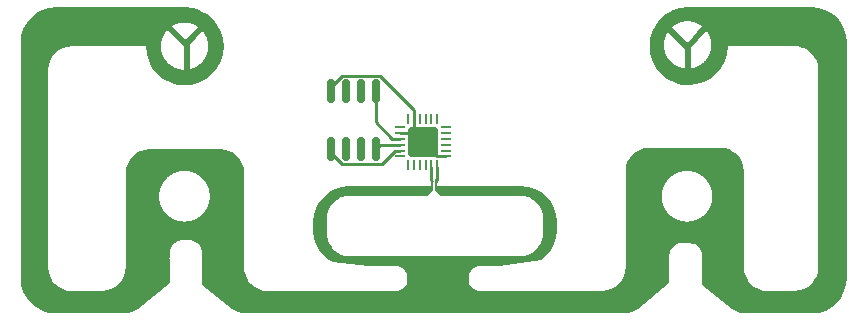
<source format=gbr>
G04 #@! TF.GenerationSoftware,KiCad,Pcbnew,6.0.9-8da3e8f707~117~ubuntu20.04.1*
G04 #@! TF.CreationDate,2022-12-15T16:29:10+01:00*
G04 #@! TF.ProjectId,picsyle-R_magnetic_915,70696373-796c-4652-9d52-5f6d61676e65,rev?*
G04 #@! TF.SameCoordinates,Original*
G04 #@! TF.FileFunction,Copper,L1,Top*
G04 #@! TF.FilePolarity,Positive*
%FSLAX46Y46*%
G04 Gerber Fmt 4.6, Leading zero omitted, Abs format (unit mm)*
G04 Created by KiCad (PCBNEW 6.0.9-8da3e8f707~117~ubuntu20.04.1) date 2022-12-15 16:29:10*
%MOMM*%
%LPD*%
G01*
G04 APERTURE LIST*
G04 Aperture macros list*
%AMRoundRect*
0 Rectangle with rounded corners*
0 $1 Rounding radius*
0 $2 $3 $4 $5 $6 $7 $8 $9 X,Y pos of 4 corners*
0 Add a 4 corners polygon primitive as box body*
4,1,4,$2,$3,$4,$5,$6,$7,$8,$9,$2,$3,0*
0 Add four circle primitives for the rounded corners*
1,1,$1+$1,$2,$3*
1,1,$1+$1,$4,$5*
1,1,$1+$1,$6,$7*
1,1,$1+$1,$8,$9*
0 Add four rect primitives between the rounded corners*
20,1,$1+$1,$2,$3,$4,$5,0*
20,1,$1+$1,$4,$5,$6,$7,0*
20,1,$1+$1,$6,$7,$8,$9,0*
20,1,$1+$1,$8,$9,$2,$3,0*%
G04 Aperture macros list end*
G04 #@! TA.AperFunction,SMDPad,CuDef*
%ADD10R,0.175000X0.500000*%
G04 #@! TD*
G04 #@! TA.AperFunction,SMDPad,CuDef*
%ADD11RoundRect,0.150000X-0.150000X0.825000X-0.150000X-0.825000X0.150000X-0.825000X0.150000X0.825000X0*%
G04 #@! TD*
G04 #@! TA.AperFunction,SMDPad,CuDef*
%ADD12RoundRect,0.062500X0.062500X-0.350000X0.062500X0.350000X-0.062500X0.350000X-0.062500X-0.350000X0*%
G04 #@! TD*
G04 #@! TA.AperFunction,SMDPad,CuDef*
%ADD13R,0.250000X0.825000*%
G04 #@! TD*
G04 #@! TA.AperFunction,SMDPad,CuDef*
%ADD14RoundRect,0.062500X0.350000X-0.062500X0.350000X0.062500X-0.350000X0.062500X-0.350000X-0.062500X0*%
G04 #@! TD*
G04 #@! TA.AperFunction,SMDPad,CuDef*
%ADD15RoundRect,0.240000X1.010000X-1.010000X1.010000X1.010000X-1.010000X1.010000X-1.010000X-1.010000X0*%
G04 #@! TD*
G04 #@! TA.AperFunction,Conductor*
%ADD16C,0.250000*%
G04 #@! TD*
G04 APERTURE END LIST*
G36*
X54835000Y-56201000D02*
G01*
X54834000Y-56199000D01*
X54830000Y-56195000D01*
X54828000Y-56194000D01*
X54826000Y-56194000D01*
X54824000Y-56193000D01*
X48564000Y-56193000D01*
X48176000Y-56234000D01*
X48175000Y-56234000D01*
X48174000Y-56235000D01*
X47801000Y-56350000D01*
X47800000Y-56351000D01*
X47798000Y-56351000D01*
X47455000Y-56537000D01*
X47454000Y-56538000D01*
X47453000Y-56538000D01*
X47152000Y-56787000D01*
X47150000Y-56789000D01*
X46904000Y-57091000D01*
X46902000Y-57093000D01*
X46902000Y-57094000D01*
X46719000Y-57438000D01*
X46718000Y-57439000D01*
X46718000Y-57441000D01*
X46605000Y-57814000D01*
X46605000Y-57817000D01*
X46567000Y-58205000D01*
X46566000Y-58206000D01*
X46566000Y-74918000D01*
X46567000Y-74932000D01*
X46567000Y-74933000D01*
X46607000Y-75321000D01*
X46608000Y-75322000D01*
X46608000Y-75324000D01*
X46723000Y-75696000D01*
X46724000Y-75698000D01*
X46724000Y-75699000D01*
X46910000Y-76042000D01*
X46911000Y-76043000D01*
X46911000Y-76044000D01*
X47160000Y-76345000D01*
X47162000Y-76347000D01*
X47465000Y-76594000D01*
X47466000Y-76594000D01*
X47467000Y-76595000D01*
X47811000Y-76778000D01*
X47812000Y-76779000D01*
X47814000Y-76779000D01*
X48187000Y-76892000D01*
X48189000Y-76892000D01*
X48190000Y-76893000D01*
X48578000Y-76931000D01*
X51152000Y-76931000D01*
X51540000Y-76890000D01*
X51541000Y-76890000D01*
X51542000Y-76889000D01*
X51915000Y-76774000D01*
X51916000Y-76773000D01*
X51918000Y-76773000D01*
X52261000Y-76587000D01*
X52262000Y-76587000D01*
X52263000Y-76586000D01*
X52564000Y-76337000D01*
X52566000Y-76335000D01*
X52812000Y-76033000D01*
X52814000Y-76031000D01*
X52814000Y-76030000D01*
X52997000Y-75686000D01*
X52998000Y-75685000D01*
X52998000Y-75683000D01*
X53111000Y-75310000D01*
X53111000Y-75307000D01*
X53150000Y-74919000D01*
X53150000Y-68910000D01*
X55969000Y-68910000D01*
X55969300Y-68947400D01*
X55970300Y-68984800D01*
X55971900Y-69022200D01*
X55974200Y-69059500D01*
X55977200Y-69096800D01*
X55980700Y-69134000D01*
X55985000Y-69171200D01*
X55989900Y-69208200D01*
X55995400Y-69245200D01*
X56001600Y-69282100D01*
X56008400Y-69318900D01*
X56015800Y-69355600D01*
X56023900Y-69392100D01*
X56032700Y-69428400D01*
X56042000Y-69464600D01*
X56052000Y-69500700D01*
X56062600Y-69536600D01*
X56073900Y-69572200D01*
X56085800Y-69607700D01*
X56098200Y-69642900D01*
X56111300Y-69678000D01*
X56125000Y-69712800D01*
X56139400Y-69747300D01*
X56154300Y-69781600D01*
X56169800Y-69815700D01*
X56185900Y-69849400D01*
X56202600Y-69882900D01*
X56219800Y-69916100D01*
X56237700Y-69948900D01*
X56256100Y-69981500D01*
X56275100Y-70013700D01*
X56294600Y-70045600D01*
X56314700Y-70077200D01*
X56335400Y-70108400D01*
X56356600Y-70139200D01*
X56378300Y-70169600D01*
X56400500Y-70199700D01*
X56423300Y-70229400D01*
X56446600Y-70258600D01*
X56470400Y-70287500D01*
X56494700Y-70315900D01*
X56519400Y-70343900D01*
X56544700Y-70371500D01*
X56570500Y-70398700D01*
X56596700Y-70425300D01*
X56623300Y-70451500D01*
X56650500Y-70477300D01*
X56678100Y-70502600D01*
X56706100Y-70527300D01*
X56734500Y-70551600D01*
X56763400Y-70575400D01*
X56792600Y-70598700D01*
X56822300Y-70621500D01*
X56852400Y-70643700D01*
X56882800Y-70665400D01*
X56913600Y-70686600D01*
X56944800Y-70707300D01*
X56976400Y-70727400D01*
X57008300Y-70746900D01*
X57040500Y-70765900D01*
X57073100Y-70784300D01*
X57105900Y-70802200D01*
X57139100Y-70819400D01*
X57172600Y-70836100D01*
X57206300Y-70852200D01*
X57240400Y-70867700D01*
X57274700Y-70882600D01*
X57309200Y-70897000D01*
X57344000Y-70910700D01*
X57379100Y-70923800D01*
X57414300Y-70936200D01*
X57449800Y-70948100D01*
X57485400Y-70959400D01*
X57521300Y-70970000D01*
X57557400Y-70980000D01*
X57593600Y-70989300D01*
X57629900Y-70998100D01*
X57666400Y-71006200D01*
X57703100Y-71013600D01*
X57739900Y-71020400D01*
X57776800Y-71026600D01*
X57813800Y-71032100D01*
X57850800Y-71037000D01*
X57888000Y-71041300D01*
X57925200Y-71044800D01*
X57962500Y-71047800D01*
X57999800Y-71050100D01*
X58037200Y-71051700D01*
X58074600Y-71052700D01*
X58112000Y-71053000D01*
X58149400Y-71052700D01*
X58186800Y-71051700D01*
X58224200Y-71050100D01*
X58261500Y-71047800D01*
X58298800Y-71044800D01*
X58336000Y-71041300D01*
X58373200Y-71037000D01*
X58410200Y-71032100D01*
X58447200Y-71026600D01*
X58484100Y-71020400D01*
X58520900Y-71013600D01*
X58557600Y-71006200D01*
X58594100Y-70998100D01*
X58630400Y-70989300D01*
X58666600Y-70980000D01*
X58702700Y-70970000D01*
X58738600Y-70959400D01*
X58774200Y-70948100D01*
X58809700Y-70936200D01*
X58844900Y-70923800D01*
X58880000Y-70910700D01*
X58914800Y-70897000D01*
X58949300Y-70882600D01*
X58983600Y-70867700D01*
X59017700Y-70852200D01*
X59051400Y-70836100D01*
X59084900Y-70819400D01*
X59118100Y-70802200D01*
X59150900Y-70784300D01*
X59183500Y-70765900D01*
X59215700Y-70746900D01*
X59247600Y-70727400D01*
X59279200Y-70707300D01*
X59310400Y-70686600D01*
X59341200Y-70665400D01*
X59371600Y-70643700D01*
X59401700Y-70621500D01*
X59431400Y-70598700D01*
X59460600Y-70575400D01*
X59489500Y-70551600D01*
X59517900Y-70527300D01*
X59545900Y-70502600D01*
X59573500Y-70477300D01*
X59600700Y-70451500D01*
X59627300Y-70425300D01*
X59653500Y-70398700D01*
X59679300Y-70371500D01*
X59704600Y-70343900D01*
X59729300Y-70315900D01*
X59753600Y-70287500D01*
X59777400Y-70258600D01*
X59800700Y-70229400D01*
X59823500Y-70199700D01*
X59845700Y-70169600D01*
X59867400Y-70139200D01*
X59888600Y-70108400D01*
X59909300Y-70077200D01*
X59929400Y-70045600D01*
X59948900Y-70013700D01*
X59967900Y-69981500D01*
X59986300Y-69948900D01*
X60004200Y-69916100D01*
X60021400Y-69882900D01*
X60038100Y-69849400D01*
X60054200Y-69815700D01*
X60069700Y-69781600D01*
X60084600Y-69747300D01*
X60099000Y-69712800D01*
X60112700Y-69678000D01*
X60125800Y-69642900D01*
X60138200Y-69607700D01*
X60150100Y-69572200D01*
X60161400Y-69536600D01*
X60172000Y-69500700D01*
X60182000Y-69464600D01*
X60191300Y-69428400D01*
X60200100Y-69392100D01*
X60208200Y-69355600D01*
X60215600Y-69318900D01*
X60222400Y-69282100D01*
X60228600Y-69245200D01*
X60234100Y-69208200D01*
X60239000Y-69171200D01*
X60243300Y-69134000D01*
X60246800Y-69096800D01*
X60249800Y-69059500D01*
X60252100Y-69022200D01*
X60253700Y-68984800D01*
X60254700Y-68947400D01*
X60255000Y-68910000D01*
X60254700Y-68872600D01*
X60253700Y-68835200D01*
X60252100Y-68797800D01*
X60249800Y-68760500D01*
X60246800Y-68723200D01*
X60243300Y-68686000D01*
X60239000Y-68648800D01*
X60234100Y-68611800D01*
X60228600Y-68574800D01*
X60222400Y-68537900D01*
X60215600Y-68501100D01*
X60208200Y-68464400D01*
X60200100Y-68427900D01*
X60191300Y-68391600D01*
X60182000Y-68355400D01*
X60172000Y-68319300D01*
X60161400Y-68283400D01*
X60150100Y-68247800D01*
X60138200Y-68212300D01*
X60125800Y-68177100D01*
X60112700Y-68142000D01*
X60099000Y-68107200D01*
X60084600Y-68072700D01*
X60069700Y-68038400D01*
X60054200Y-68004300D01*
X60038100Y-67970600D01*
X60021400Y-67937100D01*
X60004200Y-67903900D01*
X59986300Y-67871100D01*
X59967900Y-67838500D01*
X59948900Y-67806300D01*
X59929400Y-67774400D01*
X59909300Y-67742800D01*
X59888600Y-67711600D01*
X59867400Y-67680800D01*
X59845700Y-67650400D01*
X59823500Y-67620300D01*
X59800700Y-67590600D01*
X59777400Y-67561400D01*
X59753600Y-67532500D01*
X59729300Y-67504100D01*
X59704600Y-67476100D01*
X59679300Y-67448500D01*
X59653500Y-67421300D01*
X59627300Y-67394700D01*
X59600700Y-67368500D01*
X59573500Y-67342700D01*
X59545900Y-67317400D01*
X59517900Y-67292700D01*
X59489500Y-67268400D01*
X59460600Y-67244600D01*
X59431400Y-67221300D01*
X59401700Y-67198500D01*
X59371600Y-67176300D01*
X59341200Y-67154600D01*
X59310400Y-67133400D01*
X59279200Y-67112700D01*
X59247600Y-67092600D01*
X59215700Y-67073100D01*
X59183500Y-67054100D01*
X59150900Y-67035700D01*
X59118100Y-67017800D01*
X59084900Y-67000600D01*
X59051400Y-66983900D01*
X59017700Y-66967800D01*
X58983600Y-66952300D01*
X58949300Y-66937400D01*
X58914800Y-66923000D01*
X58880000Y-66909300D01*
X58844900Y-66896200D01*
X58809700Y-66883800D01*
X58774200Y-66871900D01*
X58738600Y-66860600D01*
X58702700Y-66850000D01*
X58666600Y-66840000D01*
X58630400Y-66830700D01*
X58594100Y-66821900D01*
X58557600Y-66813800D01*
X58520900Y-66806400D01*
X58484100Y-66799600D01*
X58447200Y-66793400D01*
X58410200Y-66787900D01*
X58373200Y-66783000D01*
X58336000Y-66778700D01*
X58298800Y-66775200D01*
X58261500Y-66772200D01*
X58224200Y-66769900D01*
X58186800Y-66768300D01*
X58149400Y-66767300D01*
X58112000Y-66767000D01*
X58074600Y-66767300D01*
X58037200Y-66768300D01*
X57999800Y-66769900D01*
X57962500Y-66772200D01*
X57925200Y-66775200D01*
X57888000Y-66778700D01*
X57850800Y-66783000D01*
X57813800Y-66787900D01*
X57776800Y-66793400D01*
X57739900Y-66799600D01*
X57703100Y-66806400D01*
X57666400Y-66813800D01*
X57629900Y-66821900D01*
X57593600Y-66830700D01*
X57557400Y-66840000D01*
X57521300Y-66850000D01*
X57485400Y-66860600D01*
X57449800Y-66871900D01*
X57414300Y-66883800D01*
X57379100Y-66896200D01*
X57344000Y-66909300D01*
X57309200Y-66923000D01*
X57274700Y-66937400D01*
X57240400Y-66952300D01*
X57206300Y-66967800D01*
X57172600Y-66983900D01*
X57139100Y-67000600D01*
X57105900Y-67017800D01*
X57073100Y-67035700D01*
X57040500Y-67054100D01*
X57008300Y-67073100D01*
X56976400Y-67092600D01*
X56944800Y-67112700D01*
X56913600Y-67133400D01*
X56882800Y-67154600D01*
X56852400Y-67176300D01*
X56822300Y-67198500D01*
X56792600Y-67221300D01*
X56763400Y-67244600D01*
X56734500Y-67268400D01*
X56706100Y-67292700D01*
X56678100Y-67317400D01*
X56650500Y-67342700D01*
X56623300Y-67368500D01*
X56596700Y-67394700D01*
X56570500Y-67421300D01*
X56544700Y-67448500D01*
X56519400Y-67476100D01*
X56494700Y-67504100D01*
X56470400Y-67532500D01*
X56446600Y-67561400D01*
X56423300Y-67590600D01*
X56400500Y-67620300D01*
X56378300Y-67650400D01*
X56356600Y-67680800D01*
X56335400Y-67711600D01*
X56314700Y-67742800D01*
X56294600Y-67774400D01*
X56275100Y-67806300D01*
X56256100Y-67838500D01*
X56237700Y-67871100D01*
X56219800Y-67903900D01*
X56202600Y-67937100D01*
X56185900Y-67970600D01*
X56169800Y-68004300D01*
X56154300Y-68038400D01*
X56139400Y-68072700D01*
X56125000Y-68107200D01*
X56111300Y-68142000D01*
X56098200Y-68177100D01*
X56085800Y-68212300D01*
X56073900Y-68247800D01*
X56062600Y-68283400D01*
X56052000Y-68319300D01*
X56042000Y-68355400D01*
X56032700Y-68391600D01*
X56023900Y-68427900D01*
X56015800Y-68464400D01*
X56008400Y-68501100D01*
X56001600Y-68537900D01*
X55995400Y-68574800D01*
X55989900Y-68611800D01*
X55985000Y-68648800D01*
X55980700Y-68686000D01*
X55977200Y-68723200D01*
X55974200Y-68760500D01*
X55971900Y-68797800D01*
X55970300Y-68835200D01*
X55969300Y-68872600D01*
X55969000Y-68910000D01*
X53150000Y-68910000D01*
X53150000Y-66938000D01*
X53187000Y-66551000D01*
X53300000Y-66180000D01*
X53482000Y-65838000D01*
X53727000Y-65537000D01*
X54025000Y-65290000D01*
X54366000Y-65106000D01*
X54737000Y-64991000D01*
X55123000Y-64951000D01*
X59429000Y-64951000D01*
X61169000Y-64950000D01*
X61556000Y-64988000D01*
X61927000Y-65100000D01*
X62270000Y-65282000D01*
X62570000Y-65527000D01*
X62817000Y-65825000D01*
X63002000Y-66166000D01*
X63117000Y-66537000D01*
X63157000Y-66923000D01*
X63157000Y-74918000D01*
X63158000Y-74932000D01*
X63158000Y-74933000D01*
X63198000Y-75321000D01*
X63199000Y-75322000D01*
X63199000Y-75324000D01*
X63314000Y-75696000D01*
X63315000Y-75698000D01*
X63315000Y-75699000D01*
X63501000Y-76042000D01*
X63502000Y-76043000D01*
X63502000Y-76044000D01*
X63751000Y-76345000D01*
X63753000Y-76347000D01*
X64056000Y-76594000D01*
X64057000Y-76594000D01*
X64058000Y-76595000D01*
X64402000Y-76778000D01*
X64403000Y-76779000D01*
X64405000Y-76779000D01*
X64778000Y-76892000D01*
X64780000Y-76892000D01*
X64781000Y-76893000D01*
X65169000Y-76931000D01*
X75991000Y-76931000D01*
X76185000Y-76910000D01*
X76188000Y-76910000D01*
X76374000Y-76852000D01*
X76375000Y-76852000D01*
X76377000Y-76851000D01*
X76548000Y-76758000D01*
X76549000Y-76758000D01*
X76550000Y-76757000D01*
X76551000Y-76757000D01*
X76701000Y-76632000D01*
X76702000Y-76631000D01*
X76703000Y-76631000D01*
X76703000Y-76630000D01*
X76826000Y-76479000D01*
X76827000Y-76478000D01*
X76827000Y-76477000D01*
X76919000Y-76305000D01*
X76920000Y-76304000D01*
X76920000Y-76302000D01*
X76976000Y-76116000D01*
X76977000Y-76114000D01*
X76977000Y-76113000D01*
X76996000Y-75919000D01*
X76996000Y-75806000D01*
X76976000Y-75612000D01*
X76975000Y-75611000D01*
X76975000Y-75609000D01*
X76917000Y-75423000D01*
X76917000Y-75422000D01*
X76916000Y-75421000D01*
X76916000Y-75420000D01*
X76824000Y-75249000D01*
X76822000Y-75247000D01*
X76698000Y-75096000D01*
X76697000Y-75095000D01*
X76696000Y-75095000D01*
X76696000Y-75094000D01*
X76545000Y-74971000D01*
X76544000Y-74970000D01*
X76542000Y-74970000D01*
X76370000Y-74878000D01*
X76369000Y-74878000D01*
X76368000Y-74877000D01*
X76181000Y-74821000D01*
X76180000Y-74820000D01*
X76178000Y-74820000D01*
X75984000Y-74801000D01*
X73756000Y-74801000D01*
X70732000Y-74504000D01*
X70353000Y-74302000D01*
X69902000Y-73934000D01*
X69530000Y-73484000D01*
X69253000Y-72972000D01*
X69081000Y-72415000D01*
X69020000Y-71834000D01*
X69019000Y-71814000D01*
X69019000Y-71045000D01*
X69076000Y-70464000D01*
X69245000Y-69906000D01*
X69519000Y-69391000D01*
X69887000Y-68940000D01*
X70336000Y-68568000D01*
X70849000Y-68291000D01*
X71406000Y-68118000D01*
X71986000Y-68057000D01*
X79000000Y-68057000D01*
X79002000Y-68056000D01*
X79005000Y-68055000D01*
X79007000Y-68054000D01*
X79008000Y-68052000D01*
X79010000Y-68049000D01*
X79010000Y-68047000D01*
X79011000Y-68044000D01*
X79010000Y-68044000D01*
X79010000Y-67594000D01*
X79184000Y-67594000D01*
X79184000Y-68368000D01*
X78692000Y-68860000D01*
X72157000Y-68860000D01*
X71785000Y-68895000D01*
X71784000Y-68896000D01*
X71783000Y-68896000D01*
X71408000Y-69005000D01*
X71407000Y-69006000D01*
X71406000Y-69006000D01*
X71060000Y-69187000D01*
X71059000Y-69187000D01*
X71058000Y-69188000D01*
X70667000Y-69522000D01*
X70665000Y-69524000D01*
X70441000Y-69823000D01*
X70441000Y-69824000D01*
X70440000Y-69825000D01*
X70276000Y-70160000D01*
X70276000Y-70161000D01*
X70275000Y-70162000D01*
X70188000Y-70460000D01*
X70188000Y-70463000D01*
X70147000Y-70795000D01*
X70147000Y-70799000D01*
X70145000Y-70873000D01*
X70145000Y-71256000D01*
X70142000Y-71256000D01*
X70142000Y-71543000D01*
X70145000Y-71543000D01*
X70145000Y-71986000D01*
X70165000Y-72262000D01*
X70165000Y-72265000D01*
X70241000Y-72599000D01*
X70242000Y-72601000D01*
X70365000Y-72900000D01*
X70366000Y-72900000D01*
X70366000Y-72902000D01*
X70582000Y-73236000D01*
X70582000Y-73237000D01*
X70583000Y-73238000D01*
X70601000Y-73261000D01*
X70602000Y-73261000D01*
X70602000Y-73262000D01*
X70877000Y-73537000D01*
X70877000Y-73538000D01*
X70879000Y-73539000D01*
X71111000Y-73704000D01*
X71113000Y-73705000D01*
X71390000Y-73846000D01*
X71391000Y-73846000D01*
X71392000Y-73847000D01*
X71393000Y-73847000D01*
X71766000Y-73959000D01*
X71767000Y-73960000D01*
X71769000Y-73960000D01*
X72157000Y-73998000D01*
X86487000Y-73998000D01*
X86798000Y-73974000D01*
X86799000Y-73974000D01*
X86800000Y-73973000D01*
X87178000Y-73875000D01*
X87180000Y-73875000D01*
X87531000Y-73705000D01*
X87533000Y-73704000D01*
X87766000Y-73539000D01*
X87789000Y-73519000D01*
X87790000Y-73519000D01*
X87790000Y-73518000D01*
X88061000Y-73238000D01*
X88062000Y-73238000D01*
X88063000Y-73236000D01*
X88278000Y-72902000D01*
X88279000Y-72900000D01*
X88402000Y-72601000D01*
X88403000Y-72601000D01*
X88403000Y-72599000D01*
X88480000Y-72265000D01*
X88480000Y-72262000D01*
X88499000Y-71992000D01*
X88499000Y-71541000D01*
X88502000Y-71541000D01*
X88502000Y-71072000D01*
X88499000Y-71072000D01*
X88499000Y-70873000D01*
X88498000Y-70799000D01*
X88498000Y-70795000D01*
X88457000Y-70463000D01*
X88456000Y-70461000D01*
X88456000Y-70460000D01*
X88369000Y-70162000D01*
X88369000Y-70161000D01*
X88368000Y-70160000D01*
X88205000Y-69825000D01*
X88203000Y-69823000D01*
X87980000Y-69524000D01*
X87979000Y-69524000D01*
X87978000Y-69522000D01*
X87587000Y-69188000D01*
X87585000Y-69187000D01*
X87254000Y-69013000D01*
X87253000Y-69012000D01*
X87252000Y-69012000D01*
X86878000Y-68899000D01*
X86876000Y-68899000D01*
X86876000Y-68898000D01*
X86487000Y-68860000D01*
X79853000Y-68860000D01*
X79360000Y-68368000D01*
X79360000Y-67594000D01*
X79534000Y-67594000D01*
X79534000Y-68047000D01*
X79535000Y-68049000D01*
X79536000Y-68052000D01*
X79538000Y-68054000D01*
X79540000Y-68055000D01*
X79542000Y-68057000D01*
X79545000Y-68057000D01*
X79547000Y-68058000D01*
X86638000Y-68057000D01*
X87218000Y-68114000D01*
X87776000Y-68283000D01*
X88291000Y-68557000D01*
X88743000Y-68925000D01*
X89114000Y-69374000D01*
X89392000Y-69887000D01*
X89564000Y-70444000D01*
X89625000Y-71024000D01*
X89625000Y-71814000D01*
X89568000Y-72394000D01*
X89400000Y-72952000D01*
X89126000Y-73467000D01*
X88758000Y-73919000D01*
X88308000Y-74290000D01*
X84760000Y-74801000D01*
X83171000Y-74801000D01*
X82977000Y-74822000D01*
X82975000Y-74822000D01*
X82788000Y-74880000D01*
X82787000Y-74880000D01*
X82786000Y-74881000D01*
X82614000Y-74974000D01*
X82613000Y-74974000D01*
X82612000Y-74975000D01*
X82462000Y-75099000D01*
X82460000Y-75101000D01*
X82337000Y-75252000D01*
X82335000Y-75254000D01*
X82335000Y-75255000D01*
X82243000Y-75427000D01*
X82243000Y-75429000D01*
X82186000Y-75616000D01*
X82186000Y-75619000D01*
X82167000Y-75813000D01*
X82166000Y-75814000D01*
X82166000Y-75918000D01*
X82167000Y-75925000D01*
X82167000Y-75926000D01*
X82187000Y-76120000D01*
X82187000Y-76122000D01*
X82188000Y-76122000D01*
X82245000Y-76309000D01*
X82246000Y-76310000D01*
X82246000Y-76311000D01*
X82339000Y-76483000D01*
X82340000Y-76484000D01*
X82340000Y-76485000D01*
X82465000Y-76636000D01*
X82466000Y-76636000D01*
X82467000Y-76637000D01*
X82618000Y-76761000D01*
X82619000Y-76761000D01*
X82620000Y-76762000D01*
X82792000Y-76854000D01*
X82794000Y-76854000D01*
X82795000Y-76855000D01*
X82982000Y-76911000D01*
X82983000Y-76911000D01*
X82984000Y-76912000D01*
X83178000Y-76931000D01*
X93468000Y-76931000D01*
X93856000Y-76890000D01*
X93857000Y-76890000D01*
X93858000Y-76889000D01*
X94231000Y-76774000D01*
X94232000Y-76773000D01*
X94234000Y-76773000D01*
X94577000Y-76587000D01*
X94578000Y-76587000D01*
X94579000Y-76586000D01*
X94880000Y-76337000D01*
X94882000Y-76335000D01*
X95128000Y-76033000D01*
X95130000Y-76031000D01*
X95130000Y-76030000D01*
X95313000Y-75686000D01*
X95314000Y-75685000D01*
X95314000Y-75683000D01*
X95427000Y-75310000D01*
X95427000Y-75307000D01*
X95466000Y-74919000D01*
X95466000Y-68910000D01*
X98520000Y-68910000D01*
X98520300Y-68947400D01*
X98521300Y-68984800D01*
X98522900Y-69022200D01*
X98525200Y-69059500D01*
X98528200Y-69096800D01*
X98531700Y-69134000D01*
X98536000Y-69171200D01*
X98540900Y-69208200D01*
X98546400Y-69245200D01*
X98552600Y-69282100D01*
X98559400Y-69318900D01*
X98566800Y-69355600D01*
X98574900Y-69392100D01*
X98583700Y-69428400D01*
X98593000Y-69464600D01*
X98603000Y-69500700D01*
X98613600Y-69536600D01*
X98624900Y-69572200D01*
X98636800Y-69607700D01*
X98649200Y-69642900D01*
X98662300Y-69678000D01*
X98676000Y-69712800D01*
X98690400Y-69747300D01*
X98705300Y-69781600D01*
X98720800Y-69815700D01*
X98736900Y-69849400D01*
X98753600Y-69882900D01*
X98770800Y-69916100D01*
X98788700Y-69948900D01*
X98807100Y-69981500D01*
X98826100Y-70013700D01*
X98845600Y-70045600D01*
X98865700Y-70077200D01*
X98886400Y-70108400D01*
X98907600Y-70139200D01*
X98929300Y-70169600D01*
X98951500Y-70199700D01*
X98974300Y-70229400D01*
X98997600Y-70258600D01*
X99021400Y-70287500D01*
X99045700Y-70315900D01*
X99070400Y-70343900D01*
X99095700Y-70371500D01*
X99121500Y-70398700D01*
X99147700Y-70425300D01*
X99174300Y-70451500D01*
X99201500Y-70477300D01*
X99229100Y-70502600D01*
X99257100Y-70527300D01*
X99285500Y-70551600D01*
X99314400Y-70575400D01*
X99343600Y-70598700D01*
X99373300Y-70621500D01*
X99403400Y-70643700D01*
X99433800Y-70665400D01*
X99464600Y-70686600D01*
X99495800Y-70707300D01*
X99527400Y-70727400D01*
X99559300Y-70746900D01*
X99591500Y-70765900D01*
X99624100Y-70784300D01*
X99656900Y-70802200D01*
X99690100Y-70819400D01*
X99723600Y-70836100D01*
X99757300Y-70852200D01*
X99791400Y-70867700D01*
X99825700Y-70882600D01*
X99860200Y-70897000D01*
X99895000Y-70910700D01*
X99930100Y-70923800D01*
X99965300Y-70936200D01*
X100000800Y-70948100D01*
X100036400Y-70959400D01*
X100072300Y-70970000D01*
X100108400Y-70980000D01*
X100144600Y-70989300D01*
X100180900Y-70998100D01*
X100217400Y-71006200D01*
X100254100Y-71013600D01*
X100290900Y-71020400D01*
X100327800Y-71026600D01*
X100364800Y-71032100D01*
X100401800Y-71037000D01*
X100439000Y-71041300D01*
X100476200Y-71044800D01*
X100513500Y-71047800D01*
X100550800Y-71050100D01*
X100588200Y-71051700D01*
X100625600Y-71052700D01*
X100663000Y-71053000D01*
X100700400Y-71052700D01*
X100737800Y-71051700D01*
X100775200Y-71050100D01*
X100812500Y-71047800D01*
X100849800Y-71044800D01*
X100887000Y-71041300D01*
X100924200Y-71037000D01*
X100961200Y-71032100D01*
X100998200Y-71026600D01*
X101035100Y-71020400D01*
X101071900Y-71013600D01*
X101108600Y-71006200D01*
X101145100Y-70998100D01*
X101181400Y-70989300D01*
X101217600Y-70980000D01*
X101253700Y-70970000D01*
X101289600Y-70959400D01*
X101325200Y-70948100D01*
X101360700Y-70936200D01*
X101395900Y-70923800D01*
X101431000Y-70910700D01*
X101465800Y-70897000D01*
X101500300Y-70882600D01*
X101534600Y-70867700D01*
X101568700Y-70852200D01*
X101602400Y-70836100D01*
X101635900Y-70819400D01*
X101669100Y-70802200D01*
X101701900Y-70784300D01*
X101734500Y-70765900D01*
X101766700Y-70746900D01*
X101798600Y-70727400D01*
X101830200Y-70707300D01*
X101861400Y-70686600D01*
X101892200Y-70665400D01*
X101922600Y-70643700D01*
X101952700Y-70621500D01*
X101982400Y-70598700D01*
X102011600Y-70575400D01*
X102040500Y-70551600D01*
X102068900Y-70527300D01*
X102096900Y-70502600D01*
X102124500Y-70477300D01*
X102151700Y-70451500D01*
X102178300Y-70425300D01*
X102204500Y-70398700D01*
X102230300Y-70371500D01*
X102255600Y-70343900D01*
X102280300Y-70315900D01*
X102304600Y-70287500D01*
X102328400Y-70258600D01*
X102351700Y-70229400D01*
X102374500Y-70199700D01*
X102396700Y-70169600D01*
X102418400Y-70139200D01*
X102439600Y-70108400D01*
X102460300Y-70077200D01*
X102480400Y-70045600D01*
X102499900Y-70013700D01*
X102518900Y-69981500D01*
X102537300Y-69948900D01*
X102555200Y-69916100D01*
X102572400Y-69882900D01*
X102589100Y-69849400D01*
X102605200Y-69815700D01*
X102620700Y-69781600D01*
X102635600Y-69747300D01*
X102650000Y-69712800D01*
X102663700Y-69678000D01*
X102676800Y-69642900D01*
X102689200Y-69607700D01*
X102701100Y-69572200D01*
X102712400Y-69536600D01*
X102723000Y-69500700D01*
X102733000Y-69464600D01*
X102742300Y-69428400D01*
X102751100Y-69392100D01*
X102759200Y-69355600D01*
X102766600Y-69318900D01*
X102773400Y-69282100D01*
X102779600Y-69245200D01*
X102785100Y-69208200D01*
X102790000Y-69171200D01*
X102794300Y-69134000D01*
X102797800Y-69096800D01*
X102800800Y-69059500D01*
X102803100Y-69022200D01*
X102804700Y-68984800D01*
X102805700Y-68947400D01*
X102806000Y-68910000D01*
X102805700Y-68872600D01*
X102804700Y-68835200D01*
X102803100Y-68797800D01*
X102800800Y-68760500D01*
X102797800Y-68723200D01*
X102794300Y-68686000D01*
X102790000Y-68648800D01*
X102785100Y-68611800D01*
X102779600Y-68574800D01*
X102773400Y-68537900D01*
X102766600Y-68501100D01*
X102759200Y-68464400D01*
X102751100Y-68427900D01*
X102742300Y-68391600D01*
X102733000Y-68355400D01*
X102723000Y-68319300D01*
X102712400Y-68283400D01*
X102701100Y-68247800D01*
X102689200Y-68212300D01*
X102676800Y-68177100D01*
X102663700Y-68142000D01*
X102650000Y-68107200D01*
X102635600Y-68072700D01*
X102620700Y-68038400D01*
X102605200Y-68004300D01*
X102589100Y-67970600D01*
X102572400Y-67937100D01*
X102555200Y-67903900D01*
X102537300Y-67871100D01*
X102518900Y-67838500D01*
X102499900Y-67806300D01*
X102480400Y-67774400D01*
X102460300Y-67742800D01*
X102439600Y-67711600D01*
X102418400Y-67680800D01*
X102396700Y-67650400D01*
X102374500Y-67620300D01*
X102351700Y-67590600D01*
X102328400Y-67561400D01*
X102304600Y-67532500D01*
X102280300Y-67504100D01*
X102255600Y-67476100D01*
X102230300Y-67448500D01*
X102204500Y-67421300D01*
X102178300Y-67394700D01*
X102151700Y-67368500D01*
X102124500Y-67342700D01*
X102096900Y-67317400D01*
X102068900Y-67292700D01*
X102040500Y-67268400D01*
X102011600Y-67244600D01*
X101982400Y-67221300D01*
X101952700Y-67198500D01*
X101922600Y-67176300D01*
X101892200Y-67154600D01*
X101861400Y-67133400D01*
X101830200Y-67112700D01*
X101798600Y-67092600D01*
X101766700Y-67073100D01*
X101734500Y-67054100D01*
X101701900Y-67035700D01*
X101669100Y-67017800D01*
X101635900Y-67000600D01*
X101602400Y-66983900D01*
X101568700Y-66967800D01*
X101534600Y-66952300D01*
X101500300Y-66937400D01*
X101465800Y-66923000D01*
X101431000Y-66909300D01*
X101395900Y-66896200D01*
X101360700Y-66883800D01*
X101325200Y-66871900D01*
X101289600Y-66860600D01*
X101253700Y-66850000D01*
X101217600Y-66840000D01*
X101181400Y-66830700D01*
X101145100Y-66821900D01*
X101108600Y-66813800D01*
X101071900Y-66806400D01*
X101035100Y-66799600D01*
X100998200Y-66793400D01*
X100961200Y-66787900D01*
X100924200Y-66783000D01*
X100887000Y-66778700D01*
X100849800Y-66775200D01*
X100812500Y-66772200D01*
X100775200Y-66769900D01*
X100737800Y-66768300D01*
X100700400Y-66767300D01*
X100663000Y-66767000D01*
X100625600Y-66767300D01*
X100588200Y-66768300D01*
X100550800Y-66769900D01*
X100513500Y-66772200D01*
X100476200Y-66775200D01*
X100439000Y-66778700D01*
X100401800Y-66783000D01*
X100364800Y-66787900D01*
X100327800Y-66793400D01*
X100290900Y-66799600D01*
X100254100Y-66806400D01*
X100217400Y-66813800D01*
X100180900Y-66821900D01*
X100144600Y-66830700D01*
X100108400Y-66840000D01*
X100072300Y-66850000D01*
X100036400Y-66860600D01*
X100000800Y-66871900D01*
X99965300Y-66883800D01*
X99930100Y-66896200D01*
X99895000Y-66909300D01*
X99860200Y-66923000D01*
X99825700Y-66937400D01*
X99791400Y-66952300D01*
X99757300Y-66967800D01*
X99723600Y-66983900D01*
X99690100Y-67000600D01*
X99656900Y-67017800D01*
X99624100Y-67035700D01*
X99591500Y-67054100D01*
X99559300Y-67073100D01*
X99527400Y-67092600D01*
X99495800Y-67112700D01*
X99464600Y-67133400D01*
X99433800Y-67154600D01*
X99403400Y-67176300D01*
X99373300Y-67198500D01*
X99343600Y-67221300D01*
X99314400Y-67244600D01*
X99285500Y-67268400D01*
X99257100Y-67292700D01*
X99229100Y-67317400D01*
X99201500Y-67342700D01*
X99174300Y-67368500D01*
X99147700Y-67394700D01*
X99121500Y-67421300D01*
X99095700Y-67448500D01*
X99070400Y-67476100D01*
X99045700Y-67504100D01*
X99021400Y-67532500D01*
X98997600Y-67561400D01*
X98974300Y-67590600D01*
X98951500Y-67620300D01*
X98929300Y-67650400D01*
X98907600Y-67680800D01*
X98886400Y-67711600D01*
X98865700Y-67742800D01*
X98845600Y-67774400D01*
X98826100Y-67806300D01*
X98807100Y-67838500D01*
X98788700Y-67871100D01*
X98770800Y-67903900D01*
X98753600Y-67937100D01*
X98736900Y-67970600D01*
X98720800Y-68004300D01*
X98705300Y-68038400D01*
X98690400Y-68072700D01*
X98676000Y-68107200D01*
X98662300Y-68142000D01*
X98649200Y-68177100D01*
X98636800Y-68212300D01*
X98624900Y-68247800D01*
X98613600Y-68283400D01*
X98603000Y-68319300D01*
X98593000Y-68355400D01*
X98583700Y-68391600D01*
X98574900Y-68427900D01*
X98566800Y-68464400D01*
X98559400Y-68501100D01*
X98552600Y-68537900D01*
X98546400Y-68574800D01*
X98540900Y-68611800D01*
X98536000Y-68648800D01*
X98531700Y-68686000D01*
X98528200Y-68723200D01*
X98525200Y-68760500D01*
X98522900Y-68797800D01*
X98521300Y-68835200D01*
X98520300Y-68872600D01*
X98520000Y-68910000D01*
X95466000Y-68910000D01*
X95466000Y-66785000D01*
X95503000Y-66398000D01*
X95616000Y-66027000D01*
X95798000Y-65685000D01*
X96043000Y-65384000D01*
X96341000Y-65137000D01*
X96682000Y-64953000D01*
X97053000Y-64838000D01*
X97439000Y-64798000D01*
X101745000Y-64798000D01*
X103485000Y-64797000D01*
X103872000Y-64835000D01*
X104243000Y-64947000D01*
X104586000Y-65129000D01*
X104886000Y-65374000D01*
X105133000Y-65672000D01*
X105318000Y-66013000D01*
X105433000Y-66384000D01*
X105473000Y-66770000D01*
X105473000Y-74918000D01*
X105474000Y-74932000D01*
X105474000Y-74933000D01*
X105514000Y-75321000D01*
X105515000Y-75322000D01*
X105515000Y-75324000D01*
X105630000Y-75696000D01*
X105631000Y-75698000D01*
X105631000Y-75699000D01*
X105817000Y-76042000D01*
X105818000Y-76043000D01*
X105818000Y-76044000D01*
X106067000Y-76345000D01*
X106069000Y-76347000D01*
X106372000Y-76594000D01*
X106373000Y-76594000D01*
X106374000Y-76595000D01*
X106718000Y-76778000D01*
X106719000Y-76779000D01*
X106721000Y-76779000D01*
X107094000Y-76892000D01*
X107096000Y-76892000D01*
X107097000Y-76893000D01*
X107485000Y-76931000D01*
X109793000Y-76931000D01*
X110181000Y-76890000D01*
X110182000Y-76890000D01*
X110183000Y-76889000D01*
X110556000Y-76774000D01*
X110557000Y-76773000D01*
X110559000Y-76773000D01*
X110902000Y-76587000D01*
X110903000Y-76587000D01*
X110904000Y-76586000D01*
X111205000Y-76337000D01*
X111207000Y-76335000D01*
X111453000Y-76033000D01*
X111455000Y-76031000D01*
X111455000Y-76030000D01*
X111638000Y-75686000D01*
X111639000Y-75685000D01*
X111639000Y-75683000D01*
X111752000Y-75310000D01*
X111752000Y-75307000D01*
X111791000Y-74919000D01*
X111791000Y-58193000D01*
X111790000Y-58192000D01*
X111790000Y-58191000D01*
X111750000Y-57803000D01*
X111749000Y-57802000D01*
X111749000Y-57800000D01*
X111634000Y-57428000D01*
X111633000Y-57426000D01*
X111633000Y-57425000D01*
X111447000Y-57082000D01*
X111446000Y-57081000D01*
X111446000Y-57080000D01*
X111197000Y-56779000D01*
X111195000Y-56777000D01*
X110893000Y-56530000D01*
X110892000Y-56530000D01*
X110891000Y-56529000D01*
X110890000Y-56529000D01*
X110546000Y-56346000D01*
X110545000Y-56345000D01*
X110543000Y-56345000D01*
X110170000Y-56232000D01*
X110169000Y-56232000D01*
X110167000Y-56231000D01*
X109779000Y-56193000D01*
X104116000Y-56193000D01*
X104115000Y-56194000D01*
X104113000Y-56194000D01*
X104110000Y-56195000D01*
X104108000Y-56197000D01*
X104107000Y-56199000D01*
X104105000Y-56201000D01*
X104105000Y-56205000D01*
X104041000Y-56849000D01*
X103855000Y-57467000D01*
X103552000Y-58037000D01*
X103144000Y-58537000D01*
X102647000Y-58948000D01*
X102079000Y-59255000D01*
X101462000Y-59446000D01*
X100820000Y-59513000D01*
X100178000Y-59455000D01*
X99559000Y-59273000D01*
X98987000Y-58974000D01*
X98484000Y-58569000D01*
X98069000Y-58075000D01*
X97758000Y-57509000D01*
X97563000Y-56894000D01*
X97491000Y-56253000D01*
X97505320Y-56082300D01*
X98710700Y-56082300D01*
X98710800Y-56117400D01*
X98711500Y-56152500D01*
X98712800Y-56187500D01*
X98714700Y-56222600D01*
X98717300Y-56257600D01*
X98720400Y-56292500D01*
X98724200Y-56327400D01*
X98728500Y-56362200D01*
X98733500Y-56397000D01*
X98739100Y-56431600D01*
X98745300Y-56466200D01*
X98752100Y-56500600D01*
X98759500Y-56534900D01*
X98767500Y-56569100D01*
X98776100Y-56603100D01*
X98785300Y-56637000D01*
X98795100Y-56670700D01*
X98805500Y-56704200D01*
X98816500Y-56737500D01*
X98828100Y-56770600D01*
X98840200Y-56803600D01*
X98852900Y-56836300D01*
X98866200Y-56868800D01*
X98880000Y-56901000D01*
X98894400Y-56933000D01*
X98909400Y-56964800D01*
X98924900Y-56996200D01*
X98941000Y-57027400D01*
X98957600Y-57058300D01*
X98974800Y-57088900D01*
X98992500Y-57119200D01*
X99010700Y-57149200D01*
X99029500Y-57178900D01*
X99048700Y-57208200D01*
X99068500Y-57237200D01*
X99088800Y-57265900D01*
X99109600Y-57294100D01*
X99130900Y-57322000D01*
X99152600Y-57349600D01*
X99174900Y-57376700D01*
X99197600Y-57403500D01*
X99220700Y-57429800D01*
X99244400Y-57455800D01*
X99268500Y-57481300D01*
X99293000Y-57506400D01*
X99318000Y-57531000D01*
X99343400Y-57555300D01*
X99369200Y-57579000D01*
X99395400Y-57602300D01*
X99422100Y-57625200D01*
X99449100Y-57647600D01*
X99476500Y-57669400D01*
X99504300Y-57690900D01*
X99532500Y-57711800D01*
X99561000Y-57732200D01*
X99589900Y-57752100D01*
X99619200Y-57771500D01*
X99648700Y-57790400D01*
X99678600Y-57808800D01*
X99708900Y-57826700D01*
X99739400Y-57844000D01*
X99770200Y-57860700D01*
X99801300Y-57877000D01*
X99832700Y-57892700D01*
X99864400Y-57907800D01*
X99896300Y-57922400D01*
X99928500Y-57936400D01*
X99960900Y-57949800D01*
X99993600Y-57962700D01*
X100026400Y-57975000D01*
X100059500Y-57986700D01*
X100092800Y-57997800D01*
X100126300Y-58008400D01*
X100159900Y-58018300D01*
X100193700Y-58027700D01*
X100227700Y-58036500D01*
X100261800Y-58044700D01*
X100296100Y-58052300D01*
X100330500Y-58059200D01*
X100365000Y-58065600D01*
X100399600Y-58071400D01*
X100434300Y-58076500D01*
X100469100Y-58081100D01*
X100504000Y-58085000D01*
X100504000Y-58075000D01*
X101002000Y-58075000D01*
X101036600Y-58069600D01*
X101071200Y-58063600D01*
X101105600Y-58057000D01*
X101139900Y-58049800D01*
X101174000Y-58041900D01*
X101208100Y-58033500D01*
X101241900Y-58024500D01*
X101275600Y-58014900D01*
X101309200Y-58004700D01*
X101342500Y-57994000D01*
X101375700Y-57982600D01*
X101408600Y-57970700D01*
X101441400Y-57958100D01*
X101473900Y-57945100D01*
X101506200Y-57931400D01*
X101538200Y-57917200D01*
X101570000Y-57902400D01*
X101601500Y-57887100D01*
X101632700Y-57871200D01*
X101663700Y-57854800D01*
X101694400Y-57837800D01*
X101724700Y-57820300D01*
X101754800Y-57802300D01*
X101784500Y-57783700D01*
X101813900Y-57764700D01*
X101843000Y-57745100D01*
X101871700Y-57725000D01*
X101900100Y-57704400D01*
X101928100Y-57683300D01*
X101955700Y-57661800D01*
X101982900Y-57639700D01*
X102009800Y-57617200D01*
X102036200Y-57594200D01*
X102062300Y-57570800D01*
X102087900Y-57546900D01*
X102113100Y-57522500D01*
X102137900Y-57497700D01*
X102162200Y-57472500D01*
X102186100Y-57446900D01*
X102209600Y-57420800D01*
X102232600Y-57394300D01*
X102255100Y-57367500D01*
X102277100Y-57340200D01*
X102298700Y-57312600D01*
X102319700Y-57284600D01*
X102340300Y-57256200D01*
X102360400Y-57227500D01*
X102380000Y-57198400D01*
X102399000Y-57169000D01*
X102417600Y-57139300D01*
X102435600Y-57109200D01*
X102453100Y-57078800D01*
X102470000Y-57048200D01*
X102486400Y-57017200D01*
X102502300Y-56985900D01*
X102517600Y-56954400D01*
X102532400Y-56922600D01*
X102546600Y-56890600D01*
X102560200Y-56858300D01*
X102573300Y-56825800D01*
X102585800Y-56793100D01*
X102597700Y-56760100D01*
X102609100Y-56726900D01*
X102619800Y-56693600D01*
X102630000Y-56660000D01*
X102639600Y-56626300D01*
X102648600Y-56592500D01*
X102657000Y-56558400D01*
X102664800Y-56524300D01*
X102672000Y-56490000D01*
X102678600Y-56455600D01*
X102684600Y-56421000D01*
X102690000Y-56386400D01*
X102694800Y-56351700D01*
X102698900Y-56316900D01*
X102702500Y-56282000D01*
X102705500Y-56247100D01*
X102707800Y-56212100D01*
X102709500Y-56177100D01*
X102710600Y-56142100D01*
X102711100Y-56107000D01*
X102711000Y-56072000D01*
X102710300Y-56037000D01*
X102709000Y-56001900D01*
X102707000Y-55966900D01*
X102704400Y-55932000D01*
X102701300Y-55897100D01*
X102697500Y-55862200D01*
X102693100Y-55827500D01*
X102688100Y-55792800D01*
X102682400Y-55758200D01*
X102676200Y-55723700D01*
X102669400Y-55689300D01*
X102662000Y-55655100D01*
X102653900Y-55621000D01*
X102645300Y-55587000D01*
X102636100Y-55553200D01*
X102626300Y-55519500D01*
X102615900Y-55486100D01*
X102604900Y-55452800D01*
X102593400Y-55419700D01*
X102581200Y-55386800D01*
X102568500Y-55354100D01*
X102555200Y-55321700D01*
X102541400Y-55289500D01*
X102527000Y-55257600D01*
X102512000Y-55225900D01*
X102496500Y-55194500D01*
X102480400Y-55163300D01*
X102463800Y-55132500D01*
X102446700Y-55101900D01*
X102429000Y-55071600D01*
X102410800Y-55041700D01*
X102392000Y-55012100D01*
X102372800Y-54982800D01*
X102353000Y-54953800D01*
X102332800Y-54925200D01*
X102312000Y-54897000D01*
X101002000Y-56383000D01*
X101002000Y-58075000D01*
X100504000Y-58075000D01*
X100504000Y-56450000D01*
X99044000Y-54990000D01*
X99024900Y-55019400D01*
X99006200Y-55049200D01*
X98988100Y-55079200D01*
X98970600Y-55109600D01*
X98953500Y-55140300D01*
X98937100Y-55171300D01*
X98921100Y-55202500D01*
X98905700Y-55234100D01*
X98890900Y-55265900D01*
X98876600Y-55297900D01*
X98862900Y-55330200D01*
X98849800Y-55362800D01*
X98837200Y-55395500D01*
X98825200Y-55428500D01*
X98813800Y-55461700D01*
X98802900Y-55495100D01*
X98792700Y-55528700D01*
X98783100Y-55562400D01*
X98774000Y-55596300D01*
X98765500Y-55630400D01*
X98757700Y-55664600D01*
X98750400Y-55698900D01*
X98743800Y-55733400D01*
X98737700Y-55767900D01*
X98732300Y-55802600D01*
X98727400Y-55837300D01*
X98723200Y-55872200D01*
X98719600Y-55907100D01*
X98716600Y-55942100D01*
X98714200Y-55977100D01*
X98712400Y-56012100D01*
X98711300Y-56047200D01*
X98710700Y-56082300D01*
X97505320Y-56082300D01*
X97545000Y-55609000D01*
X97723000Y-54989000D01*
X97917790Y-54610000D01*
X99372000Y-54610000D01*
X100715000Y-55953000D01*
X101964000Y-54537000D01*
X101936300Y-54515100D01*
X101908300Y-54493800D01*
X101879800Y-54472900D01*
X101851000Y-54452600D01*
X101821900Y-54432700D01*
X101792400Y-54413400D01*
X101762600Y-54394600D01*
X101732400Y-54376300D01*
X101701900Y-54358600D01*
X101671100Y-54341400D01*
X101640100Y-54324700D01*
X101608700Y-54308600D01*
X101577000Y-54293000D01*
X101545100Y-54278100D01*
X101513000Y-54263600D01*
X101480500Y-54249800D01*
X101447900Y-54236500D01*
X101415000Y-54223800D01*
X101381800Y-54211700D01*
X101348500Y-54200100D01*
X101315000Y-54189200D01*
X101281300Y-54178800D01*
X101247400Y-54169100D01*
X101213400Y-54159900D01*
X101179100Y-54151300D01*
X101144800Y-54143400D01*
X101110300Y-54136000D01*
X101075700Y-54129300D01*
X101041000Y-54123200D01*
X101006100Y-54117700D01*
X100971200Y-54112800D01*
X100936200Y-54108500D01*
X100901100Y-54104800D01*
X100866000Y-54101800D01*
X100830800Y-54099300D01*
X100795600Y-54097500D01*
X100760300Y-54096400D01*
X100725100Y-54095800D01*
X100689800Y-54095900D01*
X100654600Y-54096500D01*
X100619300Y-54097800D01*
X100584100Y-54099800D01*
X100548900Y-54102300D01*
X100513800Y-54105500D01*
X100478800Y-54109300D01*
X100443800Y-54113700D01*
X100408900Y-54118700D01*
X100374100Y-54124300D01*
X100339300Y-54130600D01*
X100304800Y-54137400D01*
X100270300Y-54144900D01*
X100236000Y-54153000D01*
X100201800Y-54161600D01*
X100167800Y-54170900D01*
X100133900Y-54180800D01*
X100100200Y-54191200D01*
X100066800Y-54202300D01*
X100033500Y-54214000D01*
X100000400Y-54226200D01*
X99967500Y-54239000D01*
X99934900Y-54252400D01*
X99902500Y-54266400D01*
X99870400Y-54280900D01*
X99838500Y-54296000D01*
X99806900Y-54311700D01*
X99775600Y-54327900D01*
X99744600Y-54344700D01*
X99713900Y-54362000D01*
X99683500Y-54379800D01*
X99653400Y-54398200D01*
X99623600Y-54417100D01*
X99594200Y-54436500D01*
X99565100Y-54456500D01*
X99536400Y-54476900D01*
X99508000Y-54497900D01*
X99480000Y-54519300D01*
X99452400Y-54541300D01*
X99425200Y-54563700D01*
X99398400Y-54586600D01*
X99372000Y-54610000D01*
X97917790Y-54610000D01*
X98018000Y-54415000D01*
X98419000Y-53909000D01*
X98910000Y-53491000D01*
X99044000Y-53416200D01*
X99474000Y-53176000D01*
X100087000Y-52977000D01*
X100725100Y-52900500D01*
X100729000Y-52900000D01*
X100798000Y-52899000D01*
X111233000Y-52899000D01*
X111814000Y-52956000D01*
X112372000Y-53125000D01*
X112887000Y-53399000D01*
X113339000Y-53767000D01*
X113710000Y-54216000D01*
X113987000Y-54729000D01*
X114160000Y-55286000D01*
X114221000Y-55866000D01*
X114221000Y-75831000D01*
X114164000Y-76411000D01*
X113995000Y-76969000D01*
X113722000Y-77484000D01*
X113353000Y-77936000D01*
X112904000Y-78307000D01*
X112391000Y-78585000D01*
X111835000Y-78757000D01*
X111254000Y-78818000D01*
X105574000Y-78818000D01*
X105187000Y-78780000D01*
X104816000Y-78668000D01*
X104473000Y-78486000D01*
X101925000Y-76405000D01*
X101925000Y-73896000D01*
X101912000Y-73738000D01*
X101912000Y-73736000D01*
X101862000Y-73547000D01*
X101862000Y-73545000D01*
X101861000Y-73544000D01*
X101776000Y-73369000D01*
X101776000Y-73368000D01*
X101775000Y-73367000D01*
X101657000Y-73211000D01*
X101655000Y-73209000D01*
X101510000Y-73080000D01*
X101508000Y-73078000D01*
X101507000Y-73078000D01*
X101339000Y-72979000D01*
X101338000Y-72979000D01*
X101337000Y-72978000D01*
X101153000Y-72914000D01*
X101151000Y-72913000D01*
X101150000Y-72913000D01*
X100957000Y-72885000D01*
X100149000Y-72885000D01*
X99991000Y-72905000D01*
X99989000Y-72905000D01*
X99803000Y-72963000D01*
X99802000Y-72964000D01*
X99800000Y-72964000D01*
X99629000Y-73057000D01*
X99628000Y-73058000D01*
X99627000Y-73058000D01*
X99476000Y-73183000D01*
X99474000Y-73185000D01*
X99351000Y-73336000D01*
X99350000Y-73337000D01*
X99350000Y-73338000D01*
X99258000Y-73510000D01*
X99258000Y-73511000D01*
X99257000Y-73513000D01*
X99201000Y-73700000D01*
X99200000Y-73701000D01*
X99200000Y-73702000D01*
X99181000Y-73896000D01*
X99181000Y-74164000D01*
X99068000Y-74072000D01*
X99181000Y-74209000D01*
X99181000Y-76244000D01*
X96477000Y-78478000D01*
X96136000Y-78663000D01*
X95766000Y-78777000D01*
X95322000Y-78824000D01*
X63319000Y-78824000D01*
X62871000Y-78780000D01*
X62500000Y-78668000D01*
X62157000Y-78486000D01*
X59609000Y-76405000D01*
X59609000Y-73667000D01*
X59596000Y-73509000D01*
X59596000Y-73507000D01*
X59546000Y-73318000D01*
X59546000Y-73316000D01*
X59545000Y-73315000D01*
X59460000Y-73140000D01*
X59460000Y-73139000D01*
X59459000Y-73138000D01*
X59341000Y-72982000D01*
X59339000Y-72980000D01*
X59194000Y-72851000D01*
X59192000Y-72849000D01*
X59191000Y-72849000D01*
X59023000Y-72750000D01*
X59022000Y-72750000D01*
X59021000Y-72749000D01*
X58837000Y-72685000D01*
X58835000Y-72684000D01*
X58834000Y-72684000D01*
X58641000Y-72656000D01*
X57833000Y-72656000D01*
X57675000Y-72676000D01*
X57673000Y-72676000D01*
X57487000Y-72734000D01*
X57486000Y-72735000D01*
X57484000Y-72735000D01*
X57313000Y-72828000D01*
X57312000Y-72829000D01*
X57311000Y-72829000D01*
X57160000Y-72954000D01*
X57158000Y-72956000D01*
X57035000Y-73107000D01*
X57034000Y-73108000D01*
X57034000Y-73109000D01*
X56942000Y-73281000D01*
X56942000Y-73282000D01*
X56941000Y-73284000D01*
X56885000Y-73471000D01*
X56884000Y-73472000D01*
X56884000Y-73473000D01*
X56865000Y-73667000D01*
X56865000Y-74164000D01*
X56752000Y-74072000D01*
X56865000Y-74209000D01*
X56865000Y-76244000D01*
X54161000Y-78478000D01*
X53820000Y-78663000D01*
X53450000Y-78777000D01*
X53063000Y-78818000D01*
X47235000Y-78818000D01*
X46654000Y-78761000D01*
X46096000Y-78593000D01*
X45581000Y-78319000D01*
X45129000Y-77951000D01*
X44758000Y-77501000D01*
X44481000Y-76989000D01*
X44308000Y-76432000D01*
X44247000Y-75851000D01*
X44247000Y-55887000D01*
X44304000Y-55306000D01*
X44473000Y-54748000D01*
X44613480Y-54483000D01*
X57094000Y-54483000D01*
X58287000Y-55676000D01*
X59270000Y-54562000D01*
X59240800Y-54541900D01*
X59211300Y-54522300D01*
X59181400Y-54503300D01*
X59151200Y-54484800D01*
X59120700Y-54466800D01*
X59089900Y-54449400D01*
X59058700Y-54432500D01*
X59027300Y-54416200D01*
X58995600Y-54400400D01*
X58963600Y-54385200D01*
X58931300Y-54370500D01*
X58898800Y-54356500D01*
X58866100Y-54343000D01*
X58833100Y-54330100D01*
X58799900Y-54317800D01*
X58766400Y-54306100D01*
X58732800Y-54294900D01*
X58699000Y-54284400D01*
X58665000Y-54274500D01*
X58630800Y-54265100D01*
X58596500Y-54256400D01*
X58562000Y-54248300D01*
X58527400Y-54240800D01*
X58492600Y-54233900D01*
X58457800Y-54227600D01*
X58422800Y-54222000D01*
X58387700Y-54216900D01*
X58352600Y-54212500D01*
X58317400Y-54208700D01*
X58282100Y-54205600D01*
X58246800Y-54203000D01*
X58211400Y-54201100D01*
X58176000Y-54199800D01*
X58140600Y-54199200D01*
X58105200Y-54199200D01*
X58069700Y-54199700D01*
X58034300Y-54201000D01*
X57999000Y-54202800D01*
X57963600Y-54205300D01*
X57928300Y-54208400D01*
X57893100Y-54212100D01*
X57858000Y-54216500D01*
X57822900Y-54221500D01*
X57787900Y-54227000D01*
X57753000Y-54233300D01*
X57718300Y-54240100D01*
X57683600Y-54247500D01*
X57649100Y-54255600D01*
X57614800Y-54264200D01*
X57580600Y-54273500D01*
X57546600Y-54283400D01*
X57512800Y-54293900D01*
X57479100Y-54304900D01*
X57445700Y-54316600D01*
X57412400Y-54328900D01*
X57379400Y-54341700D01*
X57346600Y-54355100D01*
X57314100Y-54369100D01*
X57281800Y-54383700D01*
X57249800Y-54398900D01*
X57218100Y-54414600D01*
X57186600Y-54430900D01*
X57155400Y-54447700D01*
X57124600Y-54465100D01*
X57094000Y-54483000D01*
X44613480Y-54483000D01*
X44746000Y-54233000D01*
X45115000Y-53782000D01*
X45564000Y-53410000D01*
X46077000Y-53133000D01*
X46633000Y-52960000D01*
X47214000Y-52899000D01*
X58192000Y-52899000D01*
X58834000Y-52972000D01*
X59449000Y-53168000D01*
X59640000Y-53273100D01*
X60014000Y-53479000D01*
X60508000Y-53895000D01*
X60912000Y-54398000D01*
X61211000Y-54970000D01*
X61392000Y-55590000D01*
X61450000Y-56233000D01*
X61382000Y-56874000D01*
X61191000Y-57491000D01*
X60883000Y-58058000D01*
X60471000Y-58555000D01*
X59971000Y-58962000D01*
X59400000Y-59265000D01*
X58782000Y-59451000D01*
X58140000Y-59513000D01*
X57498000Y-59450000D01*
X56880000Y-59262000D01*
X56310000Y-58959000D01*
X55811000Y-58550000D01*
X55400000Y-58053000D01*
X55093000Y-57485000D01*
X54903000Y-56868000D01*
X54836000Y-56225000D01*
X54836000Y-56216000D01*
X56120900Y-56216000D01*
X56121500Y-56251000D01*
X56122700Y-56286000D01*
X56124600Y-56320900D01*
X56127000Y-56355800D01*
X56130100Y-56390700D01*
X56133700Y-56425500D01*
X56138000Y-56460200D01*
X56142900Y-56494800D01*
X56148400Y-56529400D01*
X56154500Y-56563900D01*
X56161200Y-56598200D01*
X56168500Y-56632400D01*
X56176400Y-56666500D01*
X56184800Y-56700500D01*
X56193900Y-56734300D01*
X56203600Y-56767900D01*
X56213800Y-56801300D01*
X56224700Y-56834600D01*
X56236100Y-56867700D01*
X56248100Y-56900600D01*
X56260700Y-56933200D01*
X56273800Y-56965600D01*
X56287500Y-56997800D01*
X56301800Y-57029800D01*
X56316600Y-57061500D01*
X56332000Y-57092900D01*
X56347900Y-57124100D01*
X56364300Y-57155000D01*
X56381300Y-57185500D01*
X56398900Y-57215800D01*
X56416900Y-57245800D01*
X56435500Y-57275400D01*
X56454600Y-57304800D01*
X56474200Y-57333700D01*
X56494300Y-57362400D01*
X56515000Y-57390700D01*
X56536100Y-57418600D01*
X56557600Y-57446100D01*
X56579700Y-57473300D01*
X56602300Y-57500000D01*
X56625300Y-57526400D01*
X56648700Y-57552400D01*
X56672600Y-57577900D01*
X56697000Y-57603000D01*
X56721800Y-57627700D01*
X56747000Y-57652000D01*
X56772600Y-57675800D01*
X56798700Y-57699200D01*
X56825100Y-57722100D01*
X56852000Y-57744500D01*
X56879200Y-57766500D01*
X56906800Y-57787900D01*
X56934800Y-57808900D01*
X56963200Y-57829400D01*
X56991900Y-57849400D01*
X57021000Y-57868900D01*
X57050400Y-57887900D01*
X57080100Y-57906400D01*
X57110100Y-57924300D01*
X57140500Y-57941800D01*
X57171100Y-57958600D01*
X57202000Y-57975000D01*
X57233300Y-57990800D01*
X57264800Y-58006000D01*
X57296500Y-58020700D01*
X57328500Y-58034900D01*
X57360800Y-58048500D01*
X57393200Y-58061500D01*
X57426000Y-58073900D01*
X57458900Y-58085800D01*
X57492000Y-58097100D01*
X57525300Y-58107800D01*
X57558800Y-58117900D01*
X57592500Y-58127500D01*
X57626300Y-58136400D01*
X57660300Y-58144800D01*
X57694400Y-58152500D01*
X57728600Y-58159700D01*
X57763000Y-58166200D01*
X57797500Y-58172200D01*
X57832100Y-58177500D01*
X57866700Y-58182300D01*
X57901500Y-58186400D01*
X57936300Y-58190000D01*
X57971200Y-58192900D01*
X58006100Y-58195200D01*
X58041000Y-58196900D01*
X58076000Y-58198000D01*
X58076000Y-58147000D01*
X58574000Y-58147000D01*
X58608100Y-58138800D01*
X58642000Y-58129900D01*
X58675800Y-58120500D01*
X58709400Y-58110500D01*
X58742800Y-58099900D01*
X58776000Y-58088700D01*
X58809100Y-58076900D01*
X58841900Y-58064600D01*
X58874500Y-58051600D01*
X58906800Y-58038200D01*
X58939000Y-58024100D01*
X58970800Y-58009500D01*
X59002500Y-57994300D01*
X59033800Y-57978600D01*
X59064900Y-57962300D01*
X59095600Y-57945500D01*
X59126100Y-57928200D01*
X59156300Y-57910300D01*
X59186100Y-57891900D01*
X59215600Y-57872900D01*
X59244800Y-57853500D01*
X59273600Y-57833500D01*
X59302100Y-57813100D01*
X59330200Y-57792100D01*
X59358000Y-57770700D01*
X59385300Y-57748800D01*
X59412300Y-57726400D01*
X59438900Y-57703500D01*
X59465100Y-57680200D01*
X59490800Y-57656400D01*
X59516200Y-57632200D01*
X59541100Y-57607500D01*
X59565600Y-57582400D01*
X59589600Y-57556900D01*
X59613200Y-57530900D01*
X59636300Y-57504500D01*
X59659000Y-57477800D01*
X59681100Y-57450600D01*
X59702900Y-57423100D01*
X59724100Y-57395200D01*
X59744800Y-57366900D01*
X59765000Y-57338300D01*
X59784800Y-57309300D01*
X59804000Y-57279900D01*
X59822700Y-57250300D01*
X59840800Y-57220300D01*
X59858500Y-57190000D01*
X59875600Y-57159400D01*
X59892200Y-57128500D01*
X59908200Y-57097300D01*
X59923700Y-57065800D01*
X59938600Y-57034100D01*
X59953000Y-57002100D01*
X59966800Y-56969900D01*
X59980000Y-56937400D01*
X59992700Y-56904700D01*
X60004700Y-56871800D01*
X60016300Y-56838700D01*
X60027200Y-56805400D01*
X60037500Y-56771900D01*
X60047300Y-56738200D01*
X60056400Y-56704300D01*
X60065000Y-56670300D01*
X60073000Y-56636200D01*
X60080300Y-56601900D01*
X60087100Y-56567500D01*
X60093300Y-56533000D01*
X60098800Y-56498400D01*
X60103800Y-56463700D01*
X60108100Y-56428900D01*
X60111900Y-56394000D01*
X60115000Y-56359100D01*
X60117500Y-56324100D01*
X60119400Y-56289100D01*
X60120700Y-56254000D01*
X60121300Y-56219000D01*
X60121400Y-56183900D01*
X60120800Y-56148900D01*
X60119600Y-56113800D01*
X60117800Y-56078800D01*
X60115400Y-56043800D01*
X60112400Y-56008900D01*
X60108800Y-55974000D01*
X60104500Y-55939200D01*
X60099700Y-55904500D01*
X60094200Y-55869800D01*
X60088200Y-55835300D01*
X60081500Y-55800900D01*
X60074200Y-55766600D01*
X60066300Y-55732400D01*
X60057900Y-55698400D01*
X60048800Y-55664500D01*
X60039100Y-55630800D01*
X60028900Y-55597300D01*
X60018100Y-55563900D01*
X60006600Y-55530800D01*
X59994600Y-55497800D01*
X59982100Y-55465100D01*
X59968900Y-55432600D01*
X59955200Y-55400300D01*
X59940900Y-55368300D01*
X59926100Y-55336500D01*
X59910700Y-55305000D01*
X59894800Y-55273800D01*
X59878300Y-55242800D01*
X59861300Y-55212200D01*
X59843700Y-55181800D01*
X59825600Y-55151800D01*
X59807000Y-55122100D01*
X59787900Y-55092700D01*
X59768300Y-55063600D01*
X59748100Y-55035000D01*
X59727500Y-55006600D01*
X59706300Y-54978600D01*
X59684700Y-54951000D01*
X59662600Y-54923800D01*
X59640000Y-54897000D01*
X58574000Y-56106000D01*
X58574000Y-58147000D01*
X58076000Y-58147000D01*
X58076000Y-56173000D01*
X56697000Y-54794000D01*
X56672600Y-54819100D01*
X56648700Y-54844700D01*
X56625300Y-54870600D01*
X56602300Y-54897000D01*
X56579700Y-54923800D01*
X56557700Y-54950900D01*
X56536100Y-54978500D01*
X56515000Y-55006400D01*
X56494400Y-55034600D01*
X56474300Y-55063300D01*
X56454600Y-55092300D01*
X56435500Y-55121600D01*
X56417000Y-55151200D01*
X56398900Y-55181200D01*
X56381400Y-55211500D01*
X56364400Y-55242100D01*
X56347900Y-55272900D01*
X56332000Y-55304100D01*
X56316600Y-55335500D01*
X56301800Y-55367200D01*
X56287500Y-55399200D01*
X56273800Y-55431400D01*
X56260700Y-55463800D01*
X56248100Y-55496500D01*
X56236100Y-55529300D01*
X56224700Y-55562400D01*
X56213800Y-55595700D01*
X56203600Y-55629100D01*
X56193900Y-55662800D01*
X56184800Y-55696600D01*
X56176400Y-55730500D01*
X56168500Y-55764600D01*
X56161200Y-55798800D01*
X56154500Y-55833200D01*
X56148400Y-55867600D01*
X56142900Y-55902200D01*
X56138000Y-55936800D01*
X56133700Y-55971600D01*
X56130100Y-56006400D01*
X56127000Y-56041200D01*
X56124600Y-56076100D01*
X56122700Y-56111100D01*
X56121500Y-56146000D01*
X56120900Y-56181000D01*
X56120900Y-56216000D01*
X54836000Y-56216000D01*
X54836000Y-56204000D01*
X54835000Y-56201000D01*
G37*
D10*
X79097000Y-67694000D03*
X79446000Y-67694000D03*
D11*
X74305000Y-59995000D03*
X73035000Y-59995000D03*
X71765000Y-59995000D03*
X70495000Y-59995000D03*
X70495000Y-64945000D03*
X71765000Y-64945000D03*
X73035000Y-64945000D03*
X74305000Y-64945000D03*
D12*
X77030000Y-66227500D03*
X77530000Y-66227500D03*
X78030000Y-66227500D03*
D13*
X78530000Y-66227500D03*
X79030000Y-66227500D03*
D12*
X79530000Y-66227500D03*
D14*
X80217500Y-65540000D03*
X80217500Y-65040000D03*
X80217500Y-64540000D03*
X80217500Y-64040000D03*
X80217500Y-63540000D03*
X80217500Y-63040000D03*
D12*
X79530000Y-62352500D03*
X79030000Y-62352500D03*
X78530000Y-62352500D03*
X78030000Y-62352500D03*
X77530000Y-62352500D03*
X77030000Y-62352500D03*
D14*
X76342500Y-63040000D03*
X76342500Y-63540000D03*
X76342500Y-64040000D03*
X76342500Y-64540000D03*
X76342500Y-65040000D03*
X76342500Y-65540000D03*
D15*
X78280000Y-64290000D03*
D16*
X74710000Y-64540000D02*
X74305000Y-64945000D01*
X76342500Y-64540000D02*
X74710000Y-64540000D01*
X76342500Y-63540000D02*
X77530000Y-63540000D01*
X77530000Y-61643959D02*
X74631041Y-58745000D01*
X79530000Y-65540000D02*
X78280000Y-64290000D01*
X80217500Y-65540000D02*
X79530000Y-65540000D01*
X74631041Y-58745000D02*
X71438959Y-58745000D01*
X70495000Y-59688959D02*
X70495000Y-59995000D01*
X77530000Y-63540000D02*
X78280000Y-64290000D01*
X77530000Y-62352500D02*
X77530000Y-63540000D01*
X77530000Y-62352500D02*
X77530000Y-61643959D01*
X71438959Y-58745000D02*
X70495000Y-59688959D01*
X76342500Y-64040000D02*
X75680000Y-64040000D01*
X74305000Y-62665000D02*
X74305000Y-59995000D01*
X75680000Y-64040000D02*
X74305000Y-62665000D01*
X79030000Y-67546000D02*
X79086000Y-67602000D01*
X79030000Y-66427500D02*
X79030000Y-67546000D01*
X79530000Y-67508000D02*
X79436000Y-67602000D01*
X79530000Y-66427500D02*
X79530000Y-67508000D01*
X76342500Y-65040000D02*
X75952703Y-65040000D01*
X70495000Y-65251041D02*
X70495000Y-64945000D01*
X74797703Y-66195000D02*
X71438959Y-66195000D01*
X71438959Y-66195000D02*
X70495000Y-65251041D01*
X75952703Y-65040000D02*
X74797703Y-66195000D01*
M02*

</source>
